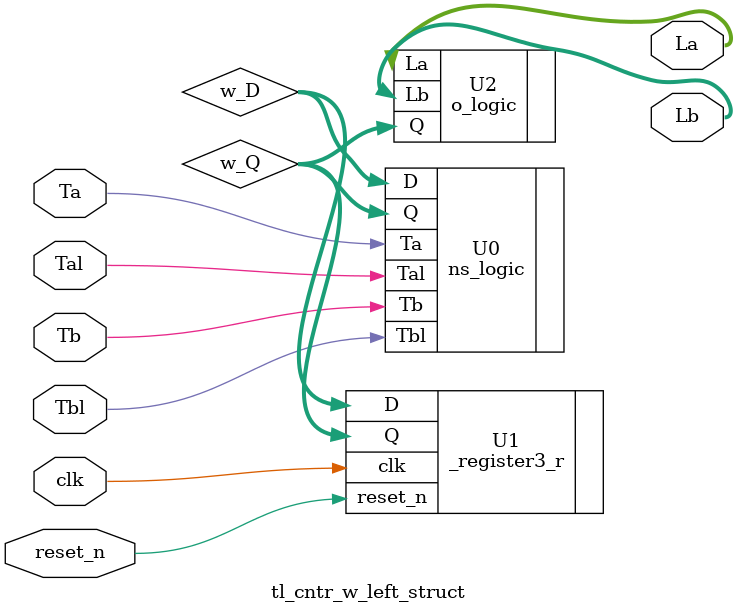
<source format=v>
module tl_cntr_w_left_struct(clk, reset_n, Ta, Tal, Tb, Tbl, La, Lb);
	input clk, reset_n, Ta, Tal, Tb, Tbl;
	output [1:0] La, Lb;
	
	wire [2:0]w_D, w_Q;
	
	ns_logic U0(.Ta(Ta), .Tal(Tal), .Tb(Tb), .Tbl(Tbl), .D(w_D), .Q(w_Q)); // Next State Logic
	_register3_r U1(.clk(clk), .reset_n(reset_n), .D(w_D), .Q(w_Q)); // State Register
	o_logic U2(.Q(w_Q), .La(La), .Lb(Lb)); // Output Logic
	
endmodule
</source>
